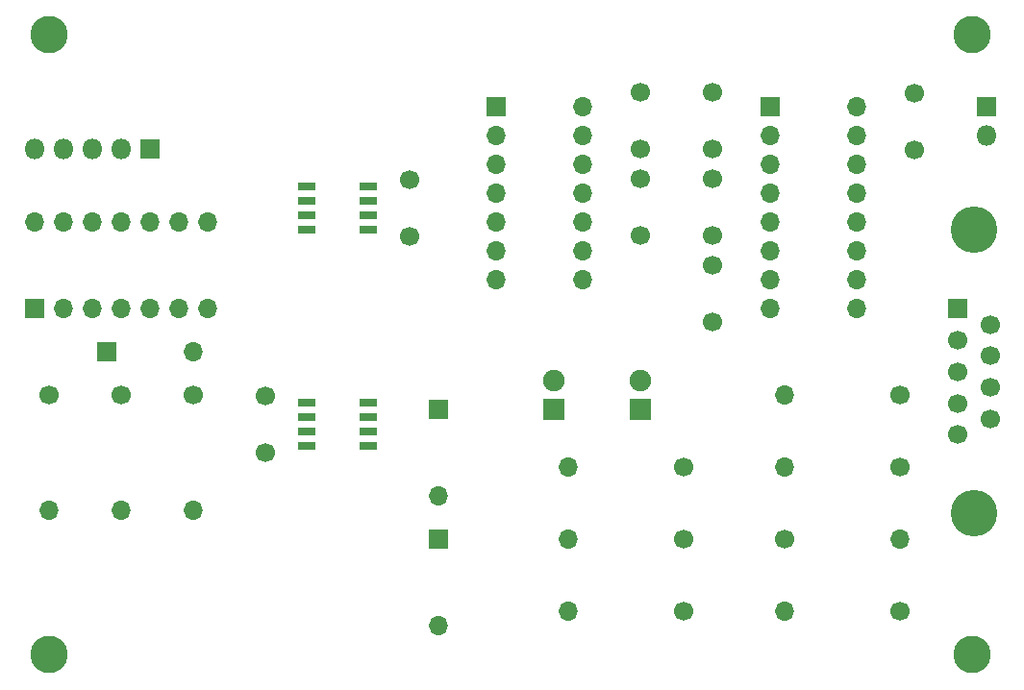
<source format=gbr>
%TF.GenerationSoftware,KiCad,Pcbnew,5.1.6+dfsg1-1~bpo10+1*%
%TF.CreationDate,2020-05-25T22:11:19+02:00*%
%TF.ProjectId,rs232 uart programmer,72733233-3220-4756-9172-742070726f67,rev?*%
%TF.SameCoordinates,Original*%
%TF.FileFunction,Soldermask,Top*%
%TF.FilePolarity,Negative*%
%FSLAX46Y46*%
G04 Gerber Fmt 4.6, Leading zero omitted, Abs format (unit mm)*
G04 Created by KiCad (PCBNEW 5.1.6+dfsg1-1~bpo10+1) date 2020-05-25 22:11:19*
%MOMM*%
%LPD*%
G01*
G04 APERTURE LIST*
%ADD10O,1.700000X1.700000*%
%ADD11C,1.700000*%
%ADD12C,1.900000*%
%ADD13R,1.900000X1.900000*%
%ADD14C,3.300000*%
%ADD15R,1.700000X1.700000*%
%ADD16R,1.650000X0.700000*%
%ADD17O,1.800000X1.800000*%
%ADD18R,1.800000X1.800000*%
%ADD19C,4.100000*%
G04 APERTURE END LIST*
D10*
%TO.C,R10*%
X243840000Y-99060000D03*
D11*
X233680000Y-99060000D03*
%TD*%
D10*
%TO.C,R9*%
X233680000Y-105410000D03*
D11*
X243840000Y-105410000D03*
%TD*%
D10*
%TO.C,R8*%
X214630000Y-105410000D03*
D11*
X224790000Y-105410000D03*
%TD*%
D10*
%TO.C,R7*%
X214630000Y-92710000D03*
D11*
X224790000Y-92710000D03*
%TD*%
D10*
%TO.C,R6*%
X214630000Y-99060000D03*
D11*
X224790000Y-99060000D03*
%TD*%
D10*
%TO.C,R5*%
X181610000Y-96520000D03*
D11*
X181610000Y-86360000D03*
%TD*%
D10*
%TO.C,R4*%
X175260000Y-96520000D03*
D11*
X175260000Y-86360000D03*
%TD*%
D10*
%TO.C,R3*%
X168910000Y-96520000D03*
D11*
X168910000Y-86360000D03*
%TD*%
D10*
%TO.C,R2*%
X233680000Y-92710000D03*
D11*
X243840000Y-92710000D03*
%TD*%
D10*
%TO.C,R1*%
X233680000Y-86360000D03*
D11*
X243840000Y-86360000D03*
%TD*%
D12*
%TO.C,LED2*%
X220980000Y-85090000D03*
D13*
X220980000Y-87630000D03*
%TD*%
D14*
%TO.C,REF\u002A\u002A*%
X250190000Y-109220000D03*
%TD*%
%TO.C,REF\u002A\u002A*%
X250190000Y-54610000D03*
%TD*%
%TO.C,REF\u002A\u002A*%
X168910000Y-54610000D03*
%TD*%
%TO.C,REF\u002A\u002A*%
X168910000Y-109220000D03*
%TD*%
D10*
%TO.C,U7*%
X240030000Y-60960000D03*
X232410000Y-78740000D03*
X240030000Y-63500000D03*
X232410000Y-76200000D03*
X240030000Y-66040000D03*
X232410000Y-73660000D03*
X240030000Y-68580000D03*
X232410000Y-71120000D03*
X240030000Y-71120000D03*
X232410000Y-68580000D03*
X240030000Y-73660000D03*
X232410000Y-66040000D03*
X240030000Y-76200000D03*
X232410000Y-63500000D03*
X240030000Y-78740000D03*
D15*
X232410000Y-60960000D03*
%TD*%
D16*
%TO.C,U4*%
X197010000Y-90805000D03*
X197010000Y-89535000D03*
X197010000Y-88265000D03*
X197010000Y-86995000D03*
X191610000Y-86995000D03*
X191610000Y-88265000D03*
X191610000Y-89535000D03*
X191610000Y-90805000D03*
%TD*%
%TO.C,U3*%
X191610000Y-67945000D03*
X191610000Y-69215000D03*
X191610000Y-70485000D03*
X191610000Y-71755000D03*
X197010000Y-71755000D03*
X197010000Y-70485000D03*
X197010000Y-69215000D03*
X197010000Y-67945000D03*
%TD*%
D10*
%TO.C,U2*%
X215900000Y-60960000D03*
X208280000Y-76200000D03*
X215900000Y-63500000D03*
X208280000Y-73660000D03*
X215900000Y-66040000D03*
X208280000Y-71120000D03*
X215900000Y-68580000D03*
X208280000Y-68580000D03*
X215900000Y-71120000D03*
X208280000Y-66040000D03*
X215900000Y-73660000D03*
X208280000Y-63500000D03*
X215900000Y-76200000D03*
D15*
X208280000Y-60960000D03*
%TD*%
%TO.C,U1*%
X167640000Y-78740000D03*
D10*
X182880000Y-71120000D03*
X170180000Y-78740000D03*
X180340000Y-71120000D03*
X172720000Y-78740000D03*
X177800000Y-71120000D03*
X175260000Y-78740000D03*
X175260000Y-71120000D03*
X177800000Y-78740000D03*
X172720000Y-71120000D03*
X180340000Y-78740000D03*
X170180000Y-71120000D03*
X182880000Y-78740000D03*
X167640000Y-71120000D03*
%TD*%
D17*
%TO.C,J3*%
X251460000Y-63500000D03*
D18*
X251460000Y-60960000D03*
%TD*%
D19*
%TO.C,J2*%
X250340000Y-71780000D03*
X250340000Y-96780000D03*
D11*
X251760000Y-88435000D03*
X251760000Y-85665000D03*
X251760000Y-82895000D03*
X251760000Y-80125000D03*
X248920000Y-89820000D03*
X248920000Y-87050000D03*
X248920000Y-84280000D03*
X248920000Y-81510000D03*
D15*
X248920000Y-78740000D03*
%TD*%
D18*
%TO.C,J1*%
X177800000Y-64643000D03*
D17*
X175260000Y-64643000D03*
X172720000Y-64643000D03*
X170180000Y-64643000D03*
X167640000Y-64643000D03*
%TD*%
D10*
%TO.C,D5*%
X203200000Y-95250000D03*
D15*
X203200000Y-87630000D03*
%TD*%
D10*
%TO.C,D4*%
X203200000Y-106680000D03*
D15*
X203200000Y-99060000D03*
%TD*%
%TO.C,D3*%
X173990000Y-82550000D03*
D10*
X181610000Y-82550000D03*
%TD*%
D12*
%TO.C,LED1*%
X213360000Y-85090000D03*
D13*
X213360000Y-87630000D03*
%TD*%
D11*
%TO.C,C8*%
X200660000Y-72390000D03*
X200660000Y-67390000D03*
%TD*%
%TO.C,C7*%
X187960000Y-91440000D03*
X187960000Y-86440000D03*
%TD*%
%TO.C,C6*%
X220980000Y-64690000D03*
X220980000Y-59690000D03*
%TD*%
%TO.C,C5*%
X227330000Y-79930000D03*
X227330000Y-74930000D03*
%TD*%
%TO.C,C4*%
X227330000Y-72310000D03*
X227330000Y-67310000D03*
%TD*%
%TO.C,C3*%
X245110000Y-59770000D03*
X245110000Y-64770000D03*
%TD*%
%TO.C,C2*%
X227330000Y-64690000D03*
X227330000Y-59690000D03*
%TD*%
%TO.C,C1*%
X220980000Y-72310000D03*
X220980000Y-67310000D03*
%TD*%
M02*

</source>
